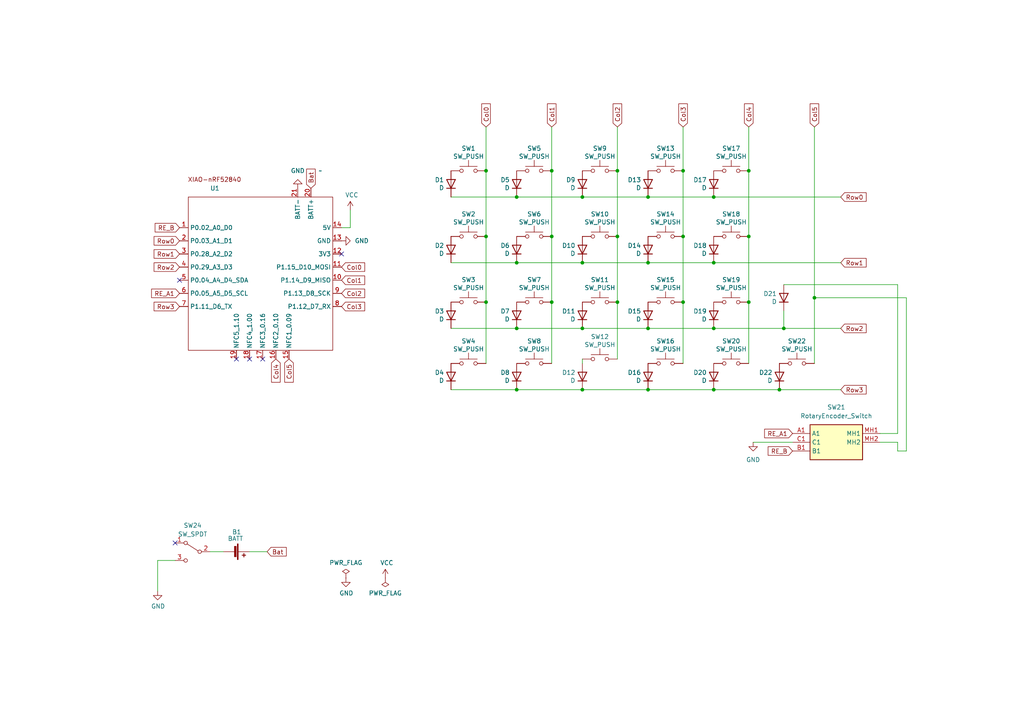
<source format=kicad_sch>
(kicad_sch (version 20250114) (generator "eeschema") (generator_version "9.0")
  (paper "A4")
  (lib_symbols
    (symbol "Device:Battery_Cell" (pin_numbers (hide yes)) (pin_names (offset 0) (hide yes))
      (property "Reference" "BT" (at 2.54 2.54 0))
      (property "Value" "Battery_Cell" (at 2.54 0 0))
      (symbol "Battery_Cell_0_1"
        (rectangle (start -2.286 1.778) (end 2.286 1.524) (fill (type outline)))
        (rectangle (start -1.5748 1.1938) (end 1.4732 0.6858) (fill (type outline)))
        (polyline (pts (xy 0 1.778) (xy 0 2.54)))
        (polyline (pts (xy 0 0.762) (xy 0 0)))
        (polyline (pts (xy 0.508 3.429) (xy 1.524 3.429)) (stroke (width 0.254)))
        (polyline (pts (xy 1.016 3.937) (xy 1.016 2.921)) (stroke (width 0.254)))
      )
      (symbol "Battery_Cell_1_1"
        (pin passive line (at 0 5.08 270) (length 2.54) (name "+") (number "1"))
        (pin passive line (at 0 -2.54 90) (length 2.54) (name "-") (number "2"))
      )
    )
    (symbol "Device:D" (pin_numbers (hide yes)) (pin_names (offset 1.016) (hide yes))
      (property "Reference" "D" (at 0 2.54 0))
      (property "Value" "D" (at 0 -2.54 0))
      (symbol "D_0_1"
        (polyline (pts (xy -1.27 1.27) (xy -1.27 -1.27)) (stroke (width 0.254)))
        (polyline (pts (xy 1.27 1.27) (xy 1.27 -1.27) (xy -1.27 0) (xy 1.27 1.27)) (stroke (width 0.254)))
        (polyline (pts (xy 1.27 0) (xy -1.27 0)))
      )
      (symbol "D_1_1"
        (pin passive line (at -3.81 0 0) (length 2.54) (name "K") (number "1"))
        (pin passive line (at 3.81 0 180) (length 2.54) (name "A") (number "2"))
      )
    )
    (symbol "EC12E2440301:EC12E2440301"
      (property "Reference" "IC" (at 21.59 7.62 0))
      (property "Value" "EC12E2440301" (at 21.59 5.08 0))
      (symbol "EC12E2440301_1_1"
        (rectangle (start 5.08 2.54) (end 20.32 -7.62) (stroke (width 0.254)) (fill (type background)))
        (pin passive line (at 0 0 0) (length 5.08) (name "A1") (number "A1"))
        (pin passive line (at 0 -2.54 0) (length 5.08) (name "C1") (number "C1"))
        (pin passive line (at 0 -5.08 0) (length 5.08) (name "B1") (number "B1"))
        (pin passive line (at 25.4 0 180) (length 5.08) (name "MH1") (number "MH1"))
        (pin passive line (at 25.4 -2.54 180) (length 5.08) (name "MH2") (number "MH2"))
      )
    )
    (symbol "GND_1" (power) (pin_numbers (hide yes)) (pin_names (offset 0) (hide yes))
      (property "Value" "GND" (at 0 -3.81 0))
      (symbol "GND_1_0_1"
        (polyline (pts (xy 0 0) (xy 0 -1.27) (xy 1.27 -1.27) (xy 0 -2.54) (xy -1.27 -1.27) (xy 0 -1.27)))
      )
      (symbol "GND_1_1_1"
        (pin power_in line (at 0 0 270) (length 0) (name "~") (number "1"))
      )
    )
    (symbol "GND_2" (power) (pin_numbers (hide yes)) (pin_names (offset 0) (hide yes))
      (property "Value" "GND" (at 0 -3.81 0))
      (symbol "GND_2_0_1"
        (polyline (pts (xy 0 0) (xy 0 -1.27) (xy 1.27 -1.27) (xy 0 -2.54) (xy -1.27 -1.27) (xy 0 -1.27)))
      )
      (symbol "GND_2_1_1"
        (pin power_in line (at 0 0 270) (length 0) (name "~") (number "1"))
      )
    )
    (symbol "Switch:SW_Push" (pin_numbers (hide yes)) (pin_names (offset 1.016) (hide yes))
      (property "Reference" "SW" (at 1.27 2.54 0))
      (property "Value" "SW_Push" (at 0 -1.524 0))
      (symbol "SW_Push_0_1"
        (circle (center -2.032 0) (radius 0.508))
        (polyline (pts (xy 0 1.27) (xy 0 3.048)))
        (circle (center 2.032 0) (radius 0.508))
        (polyline (pts (xy 2.54 1.27) (xy -2.54 1.27)))
        (pin passive line (at -5.08 0 0) (length 2.54) (name "1") (number "1"))
        (pin passive line (at 5.08 0 180) (length 2.54) (name "2") (number "2"))
      )
    )
    (symbol "Switch:SW_SPDT" (pin_names (offset 0) (hide yes))
      (property "Reference" "SW" (at 0 4.318 0))
      (property "Value" "SW_SPDT" (at 0 -5.08 0))
      (symbol "SW_SPDT_0_0"
        (circle (center -2.032 0) (radius 0.508))
        (circle (center 2.032 -2.54) (radius 0.508))
      )
      (symbol "SW_SPDT_0_1"
        (polyline (pts (xy -1.524 0.254) (xy 1.651 2.286)))
        (circle (center 2.032 2.54) (radius 0.508))
      )
      (symbol "SW_SPDT_1_1"
        (pin passive line (at -5.08 0 0) (length 2.54) (name "B") (number "2"))
        (pin passive line (at 5.08 2.54 180) (length 2.54) (name "A") (number "1"))
        (pin passive line (at 5.08 -2.54 180) (length 2.54) (name "C") (number "3"))
      )
    )
    (symbol "my:XIAO-nRF52840"
      (property "Reference" "U1" (at 19.05 -3.81 0))
      (property "Value" "~" (at 50.4541 1.27 0))
      (symbol "XIAO-nRF52840_1_1"
        (text "XIAO-nRF52840" (at 20.32 -1.27 0) (effects (font (size 1.27 1.27))))
        (text_box "" (at 12.7 -6.35 0) (size 41.91 -44.45) (margins 1.016 1.016 1.016 1.016) (effects (font (size 1.27 1.27)) (justify left top)))
        (pin unspecified line (at 10.16 -15.24 0) (length 2.54) (name "P0.02_A0_D0") (number "1"))
        (pin unspecified line (at 10.16 -19.05 0) (length 2.54) (name "P0.03_A1_D1") (number "2"))
        (pin unspecified line (at 10.16 -22.86 0) (length 2.54) (name "P0.28_A2_D2") (number "3"))
        (pin unspecified line (at 10.16 -26.67 0) (length 2.54) (name "P0.29_A3_D3") (number "4"))
        (pin unspecified line (at 10.16 -30.48 0) (length 2.54) (name "P0.04_A4_D4_SDA") (number "5"))
        (pin unspecified line (at 10.16 -34.29 0) (length 2.54) (name "P0.05_A5_D5_SCL") (number "6"))
        (pin unspecified line (at 10.16 -38.1 0) (length 2.54) (name "P1.11_D6_TX") (number "7"))
        (pin unspecified line (at 26.67 -53.34 90) (length 2.54) (name "NFC5_1.10") (number "19"))
        (pin unspecified line (at 30.48 -53.34 90) (length 2.54) (name "NFC4_1.00") (number "18"))
        (pin unspecified line (at 34.29 -53.34 90) (length 2.54) (name "NFC3_0.16") (number "17"))
        (pin unspecified line (at 38.1 -53.34 90) (length 2.54) (name "NFC2_0.10") (number "16"))
        (pin unspecified line (at 41.91 -53.34 90) (length 2.54) (name "NFC1_0.09") (number "15"))
        (pin unspecified line (at 44.45 -3.81 270) (length 2.54) (name "BATT-") (number "21"))
        (pin unspecified line (at 48.26 -3.81 270) (length 2.54) (name "BATT+") (number "20"))
        (pin unspecified line (at 57.15 -15.24 180) (length 2.54) (name "5V") (number "14"))
        (pin unspecified line (at 57.15 -19.05 180) (length 2.54) (name "GND") (number "13"))
        (pin unspecified line (at 57.15 -22.86 180) (length 2.54) (name "3V3") (number "12"))
        (pin unspecified line (at 57.15 -26.67 180) (length 2.54) (name "P1.15_D10_MOSI") (number "11"))
        (pin unspecified line (at 57.15 -30.48 180) (length 2.54) (name "P1.14_D9_MISO") (number "10"))
        (pin unspecified line (at 57.15 -34.29 180) (length 2.54) (name "P1.13_D8_SCK") (number "9"))
        (pin unspecified line (at 57.15 -38.1 180) (length 2.54) (name "P1.12_D7_RX") (number "8"))
      )
    )
    (symbol "power:GND" (power) (pin_names (offset 0))
      (property "Value" "GND" (at 0 -3.81 0))
      (symbol "GND_0_1"
        (polyline (pts (xy 0 0) (xy 0 -1.27) (xy 1.27 -1.27) (xy 0 -2.54) (xy -1.27 -1.27) (xy 0 -1.27)))
      )
      (symbol "GND_1_1"
        (pin power_in line (at 0 0 270) (length 0) (hide yes) (name "GND") (number "1"))
      )
    )
    (symbol "power:PWR_FLAG" (power) (pin_numbers (hide yes)) (pin_names (offset 0) (hide yes))
      (property "Value" "PWR_FLAG" (at 0 3.81 0))
      (symbol "PWR_FLAG_0_0"
        (pin power_out line (at 0 0 90) (length 0) (name "pwr") (number "1"))
      )
      (symbol "PWR_FLAG_0_1"
        (polyline (pts (xy 0 0) (xy 0 1.27) (xy -1.016 1.905) (xy 0 2.54) (xy 1.016 1.905) (xy 0 1.27)))
      )
    )
    (symbol "power:VCC" (power) (pin_names (offset 0))
      (property "Value" "VCC" (at 0 3.81 0))
      (symbol "VCC_0_1"
        (polyline (pts (xy -0.762 1.27) (xy 0 2.54)))
        (polyline (pts (xy 0 2.54) (xy 0.762 1.27)))
        (polyline (pts (xy 0 0) (xy 0 2.54)))
      )
      (symbol "VCC_1_1"
        (pin power_in line (at 0 0 90) (length 0) (hide yes) (name "VCC") (number "1"))
      )
    )
  )
  (junction (at 160.02 49.53))
  (junction (at 168.91 113.03))
  (junction (at 207.01 57.15))
  (junction (at 236.22 86.36))
  (junction (at 149.86 57.15))
  (junction (at 179.07 87.63))
  (junction (at 168.91 76.2))
  (junction (at 168.91 95.25))
  (junction (at 140.97 87.63))
  (junction (at 149.86 76.2))
  (junction (at 160.02 68.58))
  (junction (at 217.17 87.63))
  (junction (at 198.12 68.58))
  (junction (at 207.01 113.03))
  (junction (at 226.06 113.03))
  (junction (at 187.96 95.25))
  (junction (at 217.17 49.53))
  (junction (at 187.96 57.15))
  (junction (at 207.01 95.25))
  (junction (at 227.33 95.25))
  (junction (at 179.07 49.53))
  (junction (at 179.07 68.58))
  (junction (at 160.02 87.63))
  (junction (at 168.91 57.15))
  (junction (at 187.96 113.03))
  (junction (at 149.86 95.25))
  (junction (at 187.96 76.2))
  (junction (at 140.97 68.58))
  (junction (at 149.86 113.03))
  (junction (at 217.17 68.58))
  (junction (at 198.12 49.53))
  (junction (at 207.01 76.2))
  (junction (at 140.97 49.53))
  (junction (at 198.12 87.63))
  (no_connect (at 50.8 157.48))
  (no_connect (at 76.2 104.14))
  (no_connect (at 68.58 104.14))
  (no_connect (at 72.39 104.14))
  (no_connect (at 52.07 81.28))
  (no_connect (at 99.06 73.66))
  (wire (pts (xy 179.07 49.53) (xy 179.07 68.58)))
  (wire (pts (xy 255.27 125.73) (xy 260.35 125.73)))
  (wire (pts (xy 179.07 68.58) (xy 179.07 87.63)))
  (wire (pts (xy 236.22 36.83) (xy 236.22 86.36)))
  (wire (pts (xy 72.39 160.02) (xy 77.47 160.02)))
  (wire (pts (xy 255.27 128.27) (xy 260.35 128.27)))
  (wire (pts (xy 60.96 160.02) (xy 64.77 160.02)))
  (wire (pts (xy 217.17 87.63) (xy 217.17 105.41)))
  (wire (pts (xy 227.33 82.55) (xy 260.35 82.55)))
  (wire (pts (xy 207.01 76.2) (xy 243.84 76.2)))
  (wire (pts (xy 50.8 162.56) (xy 45.72 162.56)))
  (wire (pts (xy 236.22 86.36) (xy 262.89 86.36)))
  (wire (pts (xy 160.02 68.58) (xy 160.02 87.63)))
  (wire (pts (xy 198.12 68.58) (xy 198.12 87.63)))
  (wire (pts (xy 149.86 95.25) (xy 130.81 95.25)))
  (wire (pts (xy 187.96 95.25) (xy 168.91 95.25)))
  (wire (pts (xy 260.35 82.55) (xy 260.35 125.73)))
  (wire (pts (xy 218.44 128.27) (xy 229.87 128.27)))
  (wire (pts (xy 226.06 113.03) (xy 243.84 113.03)))
  (wire (pts (xy 207.01 95.25) (xy 227.33 95.25)))
  (wire (pts (xy 149.86 57.15) (xy 130.81 57.15)))
  (wire (pts (xy 207.01 113.03) (xy 226.06 113.03)))
  (wire (pts (xy 45.72 162.56) (xy 45.72 171.45)))
  (wire (pts (xy 179.07 36.83) (xy 179.07 49.53)))
  (wire (pts (xy 187.96 76.2) (xy 168.91 76.2)))
  (wire (pts (xy 198.12 87.63) (xy 198.12 105.41)))
  (wire (pts (xy 217.17 36.83) (xy 217.17 49.53)))
  (wire (pts (xy 207.01 113.03) (xy 187.96 113.03)))
  (wire (pts (xy 140.97 68.58) (xy 140.97 87.63)))
  (wire (pts (xy 101.6 66.04) (xy 101.6 60.96)))
  (wire (pts (xy 168.91 95.25) (xy 149.86 95.25)))
  (wire (pts (xy 217.17 68.58) (xy 217.17 87.63)))
  (wire (pts (xy 217.17 49.53) (xy 217.17 68.58)))
  (wire (pts (xy 160.02 36.83) (xy 160.02 49.53)))
  (wire (pts (xy 198.12 49.53) (xy 198.12 68.58)))
  (wire (pts (xy 207.01 57.15) (xy 187.96 57.15)))
  (wire (pts (xy 160.02 87.63) (xy 160.02 105.41)))
  (wire (pts (xy 168.91 57.15) (xy 149.86 57.15)))
  (wire (pts (xy 187.96 57.15) (xy 168.91 57.15)))
  (wire (pts (xy 168.91 113.03) (xy 149.86 113.03)))
  (wire (pts (xy 160.02 49.53) (xy 160.02 68.58)))
  (wire (pts (xy 236.22 86.36) (xy 236.22 105.41)))
  (wire (pts (xy 140.97 49.53) (xy 140.97 68.58)))
  (wire (pts (xy 168.91 104.14) (xy 168.91 105.41)))
  (wire (pts (xy 207.01 76.2) (xy 187.96 76.2)))
  (wire (pts (xy 207.01 95.25) (xy 187.96 95.25)))
  (wire (pts (xy 168.91 76.2) (xy 149.86 76.2)))
  (wire (pts (xy 149.86 76.2) (xy 130.81 76.2)))
  (wire (pts (xy 227.33 90.17) (xy 227.33 95.25)))
  (wire (pts (xy 260.35 128.27) (xy 260.35 130.81)))
  (wire (pts (xy 187.96 113.03) (xy 168.91 113.03)))
  (wire (pts (xy 207.01 57.15) (xy 243.84 57.15)))
  (wire (pts (xy 227.33 95.25) (xy 243.84 95.25)))
  (wire (pts (xy 149.86 113.03) (xy 130.81 113.03)))
  (wire (pts (xy 262.89 130.81) (xy 262.89 86.36)))
  (wire (pts (xy 140.97 36.83) (xy 140.97 49.53)))
  (wire (pts (xy 198.12 36.83) (xy 198.12 49.53)))
  (wire (pts (xy 140.97 87.63) (xy 140.97 105.41)))
  (wire (pts (xy 99.06 66.04) (xy 101.6 66.04)))
  (wire (pts (xy 179.07 87.63) (xy 179.07 104.14)))
  (wire (pts (xy 260.35 130.81) (xy 262.89 130.81)))
  (global_label "RE_A1" (shape input) (at 229.87 125.73 180) (property "Intersheetrefs" "${INTERSHEET_REFS}" (effects (hide yes))))
  (global_label "RE_B" (shape input) (at 52.07 66.04 180) (property "Intersheetrefs" "${INTERSHEET_REFS}" (effects (hide yes))))
  (global_label "Col4" (shape input) (at 80.01 104.14 270) (property "Intersheetrefs" "${INTERSHEET_REFS}" (effects (hide yes))))
  (global_label "RE_B" (shape input) (at 229.87 130.81 180) (property "Intersheetrefs" "${INTERSHEET_REFS}" (effects (hide yes))))
  (global_label "Col3" (shape input) (at 198.12 36.83 90) (property "Intersheetrefs" "${INTERSHEET_REFS}" (effects (hide yes))))
  (global_label "Col0" (shape input) (at 140.97 36.83 90) (property "Intersheetrefs" "${INTERSHEET_REFS}" (effects (hide yes))))
  (global_label "Col1" (shape input) (at 160.02 36.83 90) (property "Intersheetrefs" "${INTERSHEET_REFS}" (effects (hide yes))))
  (global_label "Row1" (shape input) (at 52.07 73.66 180) (property "Intersheetrefs" "${INTERSHEET_REFS}" (effects (hide yes))))
  (global_label "Row2" (shape input) (at 243.84 95.25 0) (property "Intersheetrefs" "${INTERSHEET_REFS}" (effects (hide yes))))
  (global_label "Row3" (shape input) (at 52.07 88.9 180) (property "Intersheetrefs" "${INTERSHEET_REFS}" (effects (hide yes))))
  (global_label "Col5" (shape input) (at 236.22 36.83 90) (property "Intersheetrefs" "${INTERSHEET_REFS}" (effects (hide yes))))
  (global_label "Col0" (shape input) (at 99.06 77.47 0) (property "Intersheetrefs" "${INTERSHEET_REFS}" (effects (hide yes))))
  (global_label "Col1" (shape input) (at 99.06 81.28 0) (property "Intersheetrefs" "${INTERSHEET_REFS}" (effects (hide yes))))
  (global_label "Col5" (shape input) (at 83.82 104.14 270) (property "Intersheetrefs" "${INTERSHEET_REFS}" (effects (hide yes))))
  (global_label "Col2" (shape input) (at 179.07 36.83 90) (property "Intersheetrefs" "${INTERSHEET_REFS}" (effects (hide yes))))
  (global_label "Bat" (shape input) (at 77.47 160.02 0) (property "Intersheetrefs" "${INTERSHEET_REFS}" (effects (hide yes))))
  (global_label "Row1" (shape input) (at 243.84 76.2 0) (property "Intersheetrefs" "${INTERSHEET_REFS}" (effects (hide yes))))
  (global_label "RE_A1" (shape input) (at 52.07 85.09 180) (property "Intersheetrefs" "${INTERSHEET_REFS}" (effects (hide yes))))
  (global_label "Bat" (shape input) (at 90.17 54.61 90) (property "Intersheetrefs" "${INTERSHEET_REFS}" (effects (hide yes))))
  (global_label "Col4" (shape input) (at 217.17 36.83 90) (property "Intersheetrefs" "${INTERSHEET_REFS}" (effects (hide yes))))
  (global_label "Row2" (shape input) (at 52.07 77.47 180) (property "Intersheetrefs" "${INTERSHEET_REFS}" (effects (hide yes))))
  (global_label "Col3" (shape input) (at 99.06 88.9 0) (property "Intersheetrefs" "${INTERSHEET_REFS}" (effects (hide yes))))
  (global_label "Col2" (shape input) (at 99.06 85.09 0) (property "Intersheetrefs" "${INTERSHEET_REFS}" (effects (hide yes))))
  (global_label "Row0" (shape input) (at 243.84 57.15 0) (property "Intersheetrefs" "${INTERSHEET_REFS}" (effects (hide yes))))
  (global_label "Row3" (shape input) (at 243.84 113.03 0) (property "Intersheetrefs" "${INTERSHEET_REFS}" (effects (hide yes))))
  (global_label "Row0" (shape input) (at 52.07 69.85 180) (property "Intersheetrefs" "${INTERSHEET_REFS}" (effects (hide yes))))
  (symbol (lib_id "Device:D") (at 149.86 72.39 270) (mirror x) (unit 1)
    (property "Reference" "D6" (at 147.8534 71.2216 90) (effects (justify right)))
    (property "Value" "D" (at 147.8534 73.533 90) (effects (justify right)))
    (property "Footprint" "roBa:Diode_SMD" (effects (hide yes)))
    (property "LCSC" "C2099" (effects (hide yes)))
  )
  (symbol (lib_id "power:VCC") (at 101.6 60.96 0) (unit 1)
    (property "Reference" "#PWR05" (effects (hide yes)))
    (property "Value" "VCC" (at 102.0318 56.5658 0))
  )
  (symbol (lib_id "Device:D") (at 168.91 53.34 270) (mirror x) (unit 1)
    (property "Reference" "D9" (at 166.9034 52.1716 90) (effects (justify right)))
    (property "Value" "D" (at 166.9034 54.483 90) (effects (justify right)))
    (property "Footprint" "roBa:Diode_SMD" (effects (hide yes)))
    (property "LCSC" "C2099" (effects (hide yes)))
  )
  (symbol (lib_id "power:GND") (at 100.33 167.64 0) (unit 1)
    (property "Reference" "#PWR06" (effects (hide yes)))
    (property "Value" "GND" (at 100.457 172.0342 0))
  )
  (symbol (lib_id "Device:D") (at 149.86 109.22 270) (mirror x) (unit 1)
    (property "Reference" "D8" (at 147.8534 108.0516 90) (effects (justify right)))
    (property "Value" "D" (at 147.8534 110.363 90) (effects (justify right)))
    (property "Footprint" "roBa:Diode_SMD" (effects (hide yes)))
    (property "LCSC" "C2099" (effects (hide yes)))
  )
  (symbol (lib_id "Device:D") (at 168.91 72.39 270) (mirror x) (unit 1)
    (property "Reference" "D10" (at 166.9034 71.2216 90) (effects (justify right)))
    (property "Value" "D" (at 166.9034 73.533 90) (effects (justify right)))
    (property "Footprint" "roBa:Diode_SMD" (effects (hide yes)))
    (property "LCSC" "C2099" (effects (hide yes)))
  )
  (symbol (lib_id "Device:D") (at 227.33 86.36 270) (mirror x) (unit 1)
    (property "Reference" "D21" (at 225.3234 85.1916 90) (effects (justify right)))
    (property "Value" "D" (at 225.3234 87.503 90) (effects (justify right)))
    (property "Footprint" "roBa:Diode_SMD" (effects (hide yes)))
    (property "LCSC" "C2099" (effects (hide yes)))
  )
  (symbol (lib_id "EC12E2440301:EC12E2440301") (at 229.87 125.73 0) (unit 1)
    (property "Reference" "SW21" (at 242.57 118.11 0))
    (property "Value" "RotaryEncoder_Switch" (at 242.57 120.65 0))
    (property "Footprint" "Assemble:EC12E2440301" (effects (hide yes)))
    (property "Datasheet" "https://componentsearchengine.com/Datasheets/2/EC12E2440301.pdf" (effects (hide yes)))
    (property "Description" "Alps 24 Pulse Incremental Mechanical Rotary Encoder with a 6 mm Hollow Shaft (Not Indexed), Through Hole" (effects (hide yes)))
    (property "Height" "8.5" (effects (hide yes)))
    (property "Arrow Part Number" "EC12E2440301" (effects (hide yes)))
    (property "Manufacturer_Name" "ALPS Electric" (effects (hide yes)))
    (property "Manufacturer_Part_Number" "EC12E2440301" (effects (hide yes)))
  )
  (symbol (lib_id "Switch:SW_Push") (at 173.99 49.53 0) (mirror y) (unit 1)
    (property "Reference" "SW9" (at 173.99 43.053 0))
    (property "Value" "SW_PUSH" (at 173.99 45.3644 0))
    (property "Footprint" "Assemble:Choc_Hotswap_1L" (effects (hide yes)))
    (property "LCSC" "C5333465" (effects (hide yes)))
  )
  (symbol (lib_id "my:XIAO-nRF52840") (at 41.91 50.8 0) (unit 1)
    (property "Reference" "U1" (at 60.96 54.61 0) (effects (justify left)))
    (property "Value" "~" (at 92.3641 49.53 0) (effects (justify left)))
    (property "Footprint" "roBa:XIAO_nRF52840_wBAT_wNFC_1" (effects (hide yes)))
  )
  (symbol (lib_id "Switch:SW_Push") (at 154.94 105.41 0) (mirror y) (unit 1)
    (property "Reference" "SW8" (at 154.94 98.933 0))
    (property "Value" "SW_PUSH" (at 154.94 101.2444 0))
    (property "Footprint" "Assemble:Choc_Hotswap_1L" (effects (hide yes)))
    (property "LCSC" "C5333465" (effects (hide yes)))
  )
  (symbol (lib_id "Device:D") (at 149.86 53.34 270) (mirror x) (unit 1)
    (property "Reference" "D5" (at 147.8534 52.1716 90) (effects (justify right)))
    (property "Value" "D" (at 147.8534 54.483 90) (effects (justify right)))
    (property "Footprint" "roBa:Diode_SMD" (effects (hide yes)))
    (property "LCSC" "C2099" (effects (hide yes)))
  )
  (symbol (lib_id "Switch:SW_Push") (at 193.04 49.53 0) (mirror y) (unit 1)
    (property "Reference" "SW13" (at 193.04 43.053 0))
    (property "Value" "SW_PUSH" (at 193.04 45.3644 0))
    (property "Footprint" "Assemble:Choc_Hotswap_1L" (effects (hide yes)))
    (property "LCSC" "C5333465" (effects (hide yes)))
  )
  (symbol (lib_id "Device:D") (at 130.81 91.44 270) (mirror x) (unit 1)
    (property "Reference" "D3" (at 128.8034 90.2716 90) (effects (justify right)))
    (property "Value" "D" (at 128.8034 92.583 90) (effects (justify right)))
    (property "Footprint" "roBa:Diode_SMD" (effects (hide yes)))
    (property "LCSC" "C2099" (effects (hide yes)))
  )
  (symbol (lib_id "Switch:SW_Push") (at 135.89 68.58 0) (mirror y) (unit 1)
    (property "Reference" "SW2" (at 135.89 62.103 0))
    (property "Value" "SW_PUSH" (at 135.89 64.4144 0))
    (property "Footprint" "Assemble:Choc_Hotswap_1L" (effects (hide yes)))
    (property "LCSC" "C5333465" (effects (hide yes)))
  )
  (symbol (lib_id "Switch:SW_Push") (at 173.99 87.63 0) (mirror y) (unit 1)
    (property "Reference" "SW11" (at 173.99 81.153 0))
    (property "Value" "SW_PUSH" (at 173.99 83.4644 0))
    (property "Footprint" "Assemble:Choc_Hotswap_1L" (effects (hide yes)))
    (property "LCSC" "C5333465" (effects (hide yes)))
  )
  (symbol (lib_id "Switch:SW_Push") (at 154.94 49.53 0) (mirror y) (unit 1)
    (property "Reference" "SW5" (at 154.94 43.053 0))
    (property "Value" "SW_PUSH" (at 154.94 45.3644 0))
    (property "Footprint" "Assemble:Choc_Hotswap_1L" (effects (hide yes)))
    (property "LCSC" "C5333465" (effects (hide yes)))
  )
  (symbol (lib_id "power:VCC") (at 111.76 167.64 0) (unit 1)
    (property "Reference" "#PWR07" (effects (hide yes)))
    (property "Value" "VCC" (at 112.1918 163.2458 0))
  )
  (symbol (lib_id "power:GND") (at 45.72 171.45 0) (unit 1)
    (property "Reference" "#PWR01" (effects (hide yes)))
    (property "Value" "GND" (at 45.847 175.8442 0))
  )
  (symbol (lib_name "GND_2") (lib_id "power:GND") (at 218.44 128.27 0) (unit 1)
    (property "Reference" "#PWR08" (effects (hide yes)))
    (property "Value" "GND" (at 218.44 133.35 0))
    (property "Description" "Power symbol creates a global label with name \"GND\" , ground" (effects (hide yes)))
  )
  (symbol (lib_id "Switch:SW_Push") (at 154.94 87.63 0) (mirror y) (unit 1)
    (property "Reference" "SW7" (at 154.94 81.153 0))
    (property "Value" "SW_PUSH" (at 154.94 83.4644 0))
    (property "Footprint" "Assemble:Choc_Hotswap_1L" (effects (hide yes)))
    (property "LCSC" "C5333465" (effects (hide yes)))
  )
  (symbol (lib_id "Switch:SW_Push") (at 173.99 104.14 0) (mirror y) (unit 1)
    (property "Reference" "SW12" (at 173.99 97.663 0))
    (property "Value" "SW_PUSH" (at 173.99 99.9744 0))
    (property "Footprint" "Assemble:Choc_Hotswap_1L" (effects (hide yes)))
    (property "LCSC" "C5333465" (effects (hide yes)))
  )
  (symbol (lib_id "power:PWR_FLAG") (at 111.76 167.64 180) (unit 1)
    (property "Reference" "#FLG02" (effects (hide yes)))
    (property "Value" "PWR_FLAG" (at 111.76 172.0342 0))
  )
  (symbol (lib_id "Device:D") (at 207.01 109.22 270) (mirror x) (unit 1)
    (property "Reference" "D20" (at 205.0034 108.0516 90) (effects (justify right)))
    (property "Value" "D" (at 205.0034 110.363 90) (effects (justify right)))
    (property "Footprint" "roBa:Diode_SMD" (effects (hide yes)))
    (property "LCSC" "C2099" (effects (hide yes)))
  )
  (symbol (lib_id "Device:D") (at 130.81 53.34 270) (mirror x) (unit 1)
    (property "Reference" "D1" (at 128.8034 52.1716 90) (effects (justify right)))
    (property "Value" "D" (at 128.8034 54.483 90) (effects (justify right)))
    (property "Footprint" "roBa:Diode_SMD" (effects (hide yes)))
    (property "LCSC" "C2099" (effects (hide yes)))
  )
  (symbol (lib_id "Switch:SW_Push") (at 193.04 105.41 0) (mirror y) (unit 1)
    (property "Reference" "SW16" (at 193.04 98.933 0))
    (property "Value" "SW_PUSH" (at 193.04 101.2444 0))
    (property "Footprint" "Assemble:Choc_Hotswap_1L" (effects (hide yes)))
    (property "LCSC" "C5333465" (effects (hide yes)))
  )
  (symbol (lib_id "Device:D") (at 226.06 109.22 270) (mirror x) (unit 1)
    (property "Reference" "D22" (at 224.0534 108.0516 90) (effects (justify right)))
    (property "Value" "D" (at 224.0534 110.363 90) (effects (justify right)))
    (property "Footprint" "roBa:Diode_SMD" (effects (hide yes)))
    (property "LCSC" "C2099" (effects (hide yes)))
  )
  (symbol (lib_id "Device:D") (at 187.96 72.39 270) (mirror x) (unit 1)
    (property "Reference" "D14" (at 185.9534 71.2216 90) (effects (justify right)))
    (property "Value" "D" (at 185.9534 73.533 90) (effects (justify right)))
    (property "Footprint" "roBa:Diode_SMD" (effects (hide yes)))
    (property "LCSC" "C2099" (effects (hide yes)))
  )
  (symbol (lib_id "Switch:SW_Push") (at 193.04 68.58 0) (mirror y) (unit 1)
    (property "Reference" "SW14" (at 193.04 62.103 0))
    (property "Value" "SW_PUSH" (at 193.04 64.4144 0))
    (property "Footprint" "Assemble:Choc_Hotswap_1L" (effects (hide yes)))
    (property "LCSC" "C5333465" (effects (hide yes)))
  )
  (symbol (lib_id "Device:D") (at 207.01 91.44 270) (mirror x) (unit 1)
    (property "Reference" "D19" (at 205.0034 90.2716 90) (effects (justify right)))
    (property "Value" "D" (at 205.0034 92.583 90) (effects (justify right)))
    (property "Footprint" "roBa:Diode_SMD" (effects (hide yes)))
    (property "LCSC" "C2099" (effects (hide yes)))
  )
  (symbol (lib_id "Switch:SW_Push") (at 212.09 105.41 0) (mirror y) (unit 1)
    (property "Reference" "SW20" (at 212.09 98.933 0))
    (property "Value" "SW_PUSH" (at 212.09 101.2444 0))
    (property "Footprint" "Assemble:Choc_Hotswap_1L" (effects (hide yes)))
    (property "LCSC" "C5333465" (effects (hide yes)))
  )
  (symbol (lib_id "Device:D") (at 187.96 91.44 270) (mirror x) (unit 1)
    (property "Reference" "D15" (at 185.9534 90.2716 90) (effects (justify right)))
    (property "Value" "D" (at 185.9534 92.583 90) (effects (justify right)))
    (property "Footprint" "roBa:Diode_SMD" (effects (hide yes)))
    (property "LCSC" "C2099" (effects (hide yes)))
  )
  (symbol (lib_id "Switch:SW_Push") (at 193.04 87.63 0) (mirror y) (unit 1)
    (property "Reference" "SW15" (at 193.04 81.153 0))
    (property "Value" "SW_PUSH" (at 193.04 83.4644 0))
    (property "Footprint" "Assemble:Choc_Hotswap_1L" (effects (hide yes)))
    (property "LCSC" "C5333465" (effects (hide yes)))
  )
  (symbol (lib_id "Switch:SW_Push") (at 212.09 49.53 0) (mirror y) (unit 1)
    (property "Reference" "SW17" (at 212.09 43.053 0))
    (property "Value" "SW_PUSH" (at 212.09 45.3644 0))
    (property "Footprint" "Assemble:Choc_Hotswap_1L" (effects (hide yes)))
    (property "LCSC" "C5333465" (effects (hide yes)))
  )
  (symbol (lib_id "Switch:SW_Push") (at 173.99 68.58 0) (mirror y) (unit 1)
    (property "Reference" "SW10" (at 173.99 62.103 0))
    (property "Value" "SW_PUSH" (at 173.99 64.4144 0))
    (property "Footprint" "Assemble:Choc_Hotswap_1L" (effects (hide yes)))
    (property "LCSC" "C5333465" (effects (hide yes)))
  )
  (symbol (lib_id "power:PWR_FLAG") (at 100.33 167.64 0) (unit 1)
    (property "Reference" "#FLG01" (effects (hide yes)))
    (property "Value" "PWR_FLAG" (at 100.33 163.2204 0))
  )
  (symbol (lib_id "Device:D") (at 168.91 109.22 270) (mirror x) (unit 1)
    (property "Reference" "D12" (at 166.9034 108.0516 90) (effects (justify right)))
    (property "Value" "D" (at 166.9034 110.363 90) (effects (justify right)))
    (property "Footprint" "roBa:Diode_SMD" (effects (hide yes)))
    (property "LCSC" "C2099" (effects (hide yes)))
  )
  (symbol (lib_id "Device:D") (at 130.81 72.39 270) (mirror x) (unit 1)
    (property "Reference" "D2" (at 128.8034 71.2216 90) (effects (justify right)))
    (property "Value" "D" (at 128.8034 73.533 90) (effects (justify right)))
    (property "Footprint" "roBa:Diode_SMD" (effects (hide yes)))
    (property "LCSC" "C2099" (effects (hide yes)))
  )
  (symbol (lib_id "Device:D") (at 207.01 72.39 270) (mirror x) (unit 1)
    (property "Reference" "D18" (at 205.0034 71.2216 90) (effects (justify right)))
    (property "Value" "D" (at 205.0034 73.533 90) (effects (justify right)))
    (property "Footprint" "roBa:Diode_SMD" (effects (hide yes)))
    (property "LCSC" "C2099" (effects (hide yes)))
  )
  (symbol (lib_name "GND_1") (lib_id "power:GND") (at 99.06 69.85 90) (unit 1)
    (property "Reference" "#PWR04" (effects (hide yes)))
    (property "Value" "GND" (at 102.87 69.8499 90) (effects (justify right)))
    (property "Description" "Power symbol creates a global label with name \"GND\" , ground" (effects (hide yes)))
  )
  (symbol (lib_id "Device:D") (at 149.86 91.44 270) (mirror x) (unit 1)
    (property "Reference" "D7" (at 147.8534 90.2716 90) (effects (justify right)))
    (property "Value" "D" (at 147.8534 92.583 90) (effects (justify right)))
    (property "Footprint" "roBa:Diode_SMD" (effects (hide yes)))
    (property "LCSC" "C2099" (effects (hide yes)))
  )
  (symbol (lib_id "Switch:SW_Push") (at 212.09 68.58 0) (mirror y) (unit 1)
    (property "Reference" "SW18" (at 212.09 62.103 0))
    (property "Value" "SW_PUSH" (at 212.09 64.4144 0))
    (property "Footprint" "Assemble:Choc_Hotswap_1L" (effects (hide yes)))
    (property "LCSC" "C5333465" (effects (hide yes)))
  )
  (symbol (lib_id "Switch:SW_Push") (at 231.14 105.41 0) (mirror y) (unit 1)
    (property "Reference" "SW22" (at 231.14 98.933 0))
    (property "Value" "SW_PUSH" (at 231.14 101.2444 0))
    (property "Footprint" "Assemble:Choc_Hotswap_1L" (effects (hide yes)))
    (property "LCSC" "C5333465" (effects (hide yes)))
  )
  (symbol (lib_id "Switch:SW_Push") (at 135.89 105.41 0) (mirror y) (unit 1)
    (property "Reference" "SW4" (at 135.89 98.933 0))
    (property "Value" "SW_PUSH" (at 135.89 101.2444 0))
    (property "Footprint" "Assemble:Choc_Hotswap_1L" (effects (hide yes)))
    (property "LCSC" "C5333465" (effects (hide yes)))
  )
  (symbol (lib_id "Switch:SW_Push") (at 212.09 87.63 0) (mirror y) (unit 1)
    (property "Reference" "SW19" (at 212.09 81.153 0))
    (property "Value" "SW_PUSH" (at 212.09 83.4644 0))
    (property "Footprint" "Assemble:Choc_Hotswap_1L" (effects (hide yes)))
    (property "LCSC" "C5333465" (effects (hide yes)))
  )
  (symbol (lib_id "Device:D") (at 187.96 53.34 270) (mirror x) (unit 1)
    (property "Reference" "D13" (at 185.9534 52.1716 90) (effects (justify right)))
    (property "Value" "D" (at 185.9534 54.483 90) (effects (justify right)))
    (property "Footprint" "roBa:Diode_SMD" (effects (hide yes)))
    (property "LCSC" "C2099" (effects (hide yes)))
  )
  (symbol (lib_id "Switch:SW_Push") (at 154.94 68.58 0) (mirror y) (unit 1)
    (property "Reference" "SW6" (at 154.94 62.103 0))
    (property "Value" "SW_PUSH" (at 154.94 64.4144 0))
    (property "Footprint" "Assemble:Choc_Hotswap_1L" (effects (hide yes)))
    (property "LCSC" "C5333465" (effects (hide yes)))
  )
  (symbol (lib_id "Device:Battery_Cell") (at 67.31 160.02 270) (unit 1)
    (property "Reference" "B1" (at 67.31 154.305 90) (effects (justify left)))
    (property "Value" "BATT" (at 66.04 156.21 90) (effects (justify left)))
    (property "Footprint" "roBa:JST_S2B-PH-SM4-TB" (effects (hide yes)))
    (property "LCSC" "C295747 " (effects (hide yes)))
  )
  (symbol (lib_id "Switch:SW_SPDT") (at 55.88 160.02 0) (mirror y) (unit 1)
    (property "Reference" "SW24" (at 55.88 152.4 0))
    (property "Value" "SW_SPDT" (at 55.88 154.94 0))
    (property "Footprint" "roBa:MSK-12C02" (effects (hide yes)))
    (property "LCSC" "C9900027986" (effects (hide yes)))
  )
  (symbol (lib_id "Device:D") (at 130.81 109.22 270) (mirror x) (unit 1)
    (property "Reference" "D4" (at 128.8034 108.0516 90) (effects (justify right)))
    (property "Value" "D" (at 128.8034 110.363 90) (effects (justify right)))
    (property "Footprint" "roBa:Diode_SMD" (effects (hide yes)))
    (property "LCSC" "C2099" (effects (hide yes)))
  )
  (symbol (lib_id "Device:D") (at 187.96 109.22 270) (mirror x) (unit 1)
    (property "Reference" "D16" (at 185.9534 108.0516 90) (effects (justify right)))
    (property "Value" "D" (at 185.9534 110.363 90) (effects (justify right)))
    (property "Footprint" "roBa:Diode_SMD" (effects (hide yes)))
    (property "LCSC" "C2099" (effects (hide yes)))
  )
  (symbol (lib_id "Switch:SW_Push") (at 135.89 87.63 0) (mirror y) (unit 1)
    (property "Reference" "SW3" (at 135.89 81.153 0))
    (property "Value" "SW_PUSH" (at 135.89 83.4644 0))
    (property "Footprint" "Assemble:Choc_Hotswap_1L" (effects (hide yes)))
    (property "LCSC" "C5333465" (effects (hide yes)))
  )
  (symbol (lib_id "Switch:SW_Push") (at 135.89 49.53 0) (mirror y) (unit 1)
    (property "Reference" "SW1" (at 135.89 43.053 0))
    (property "Value" "SW_PUSH" (at 135.89 45.3644 0))
    (property "Footprint" "Assemble:Choc_Hotswap_1L" (effects (hide yes)))
    (property "LCSC" "C5333465" (effects (hide yes)))
  )
  (symbol (lib_id "Device:D") (at 207.01 53.34 270) (mirror x) (unit 1)
    (property "Reference" "D17" (at 205.0034 52.1716 90) (effects (justify right)))
    (property "Value" "D" (at 205.0034 54.483 90) (effects (justify right)))
    (property "Footprint" "roBa:Diode_SMD" (effects (hide yes)))
    (property "LCSC" "C2099" (effects (hide yes)))
  )
  (symbol (lib_name "GND_1") (lib_id "power:GND") (at 86.36 54.61 180) (unit 1)
    (property "Reference" "#PWR03" (effects (hide yes)))
    (property "Value" "GND" (at 86.36 49.53 0))
    (property "Description" "Power symbol creates a global label with name \"GND\" , ground" (effects (hide yes)))
  )
  (symbol (lib_id "Device:D") (at 168.91 91.44 270) (mirror x) (unit 1)
    (property "Reference" "D11" (at 166.9034 90.2716 90) (effects (justify right)))
    (property "Value" "D" (at 166.9034 92.583 90) (effects (justify right)))
    (property "Footprint" "roBa:Diode_SMD" (effects (hide yes)))
    (property "LCSC" "C2099" (effects (hide yes)))
  )
)
</source>
